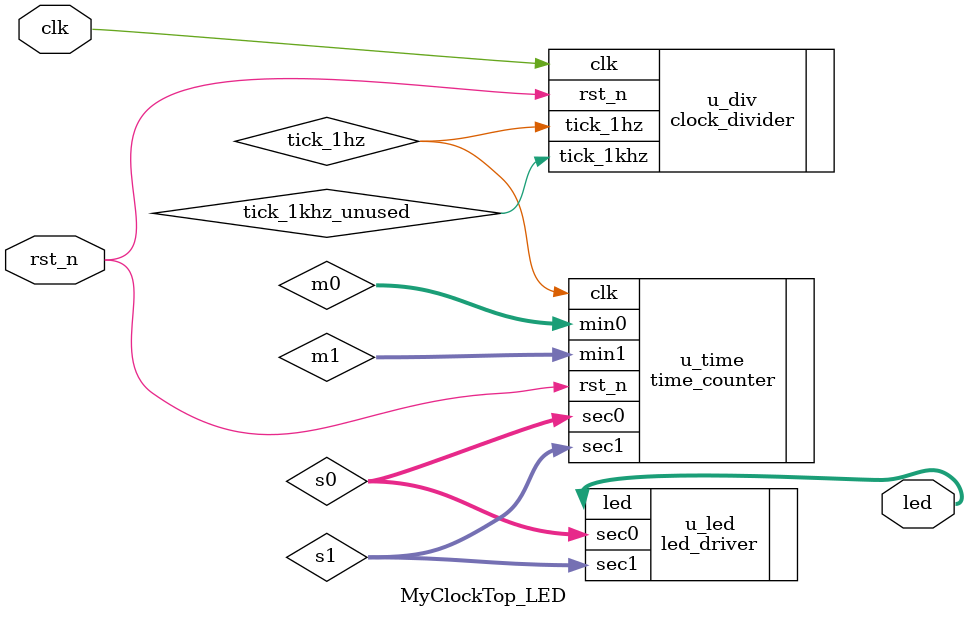
<source format=v>
module MyClockTop_LED (
    input  wire clk,        // 100 MHz (R4)
    input  wire rst_n,      // Reset, active-Low (SW23)
    output wire [15:0] led  // 16 LEDs, High = ON
);
    /* 1 k / 1 Hz ºÐÁÖ (1 kHz´Â »ç¿ëÇÏÁö ¾Ê¾Æµµ OK) */
    wire tick_1khz_unused, tick_1hz;
    clock_divider #(.CLK_HZ(100_000_000)) u_div (
        .clk       (clk),
        .rst_n     (rst_n),
        .tick_1khz (tick_1khz_unused),
        .tick_1hz  (tick_1hz)
    );

    /* MM:SS BCD Ä«¿îÅÍ (1 Hz) */
    wire [3:0] s0, s1, m0, m1;
    time_counter u_time (
        .clk   (tick_1hz),
        .rst_n (rst_n),
        .sec0  (s0), .sec1 (s1),
        .min0  (m0), .min1 (m1)
    );

    /* LED = ÃÊ(0-59) 2Áø¼ö Ç¥½Ã */
    led_driver u_led (
        .sec0 (s0),
        .sec1 (s1),
        .led  (led)
    );
endmodule

</source>
